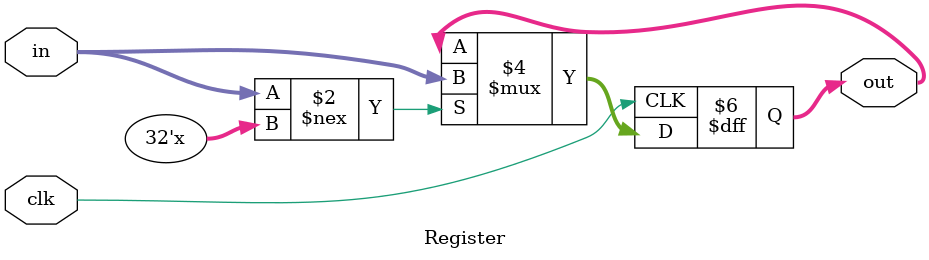
<source format=v>

`timescale 1ns / 1ps
module Register 	#(parameter N = 32)
			( input [N-1:0] in, 
			  input clk, 
			  output reg [N-1:0] out = -1 );

	always @(posedge clk)
	if( in !== 32'bx )
		out <= in;

endmodule


</source>
